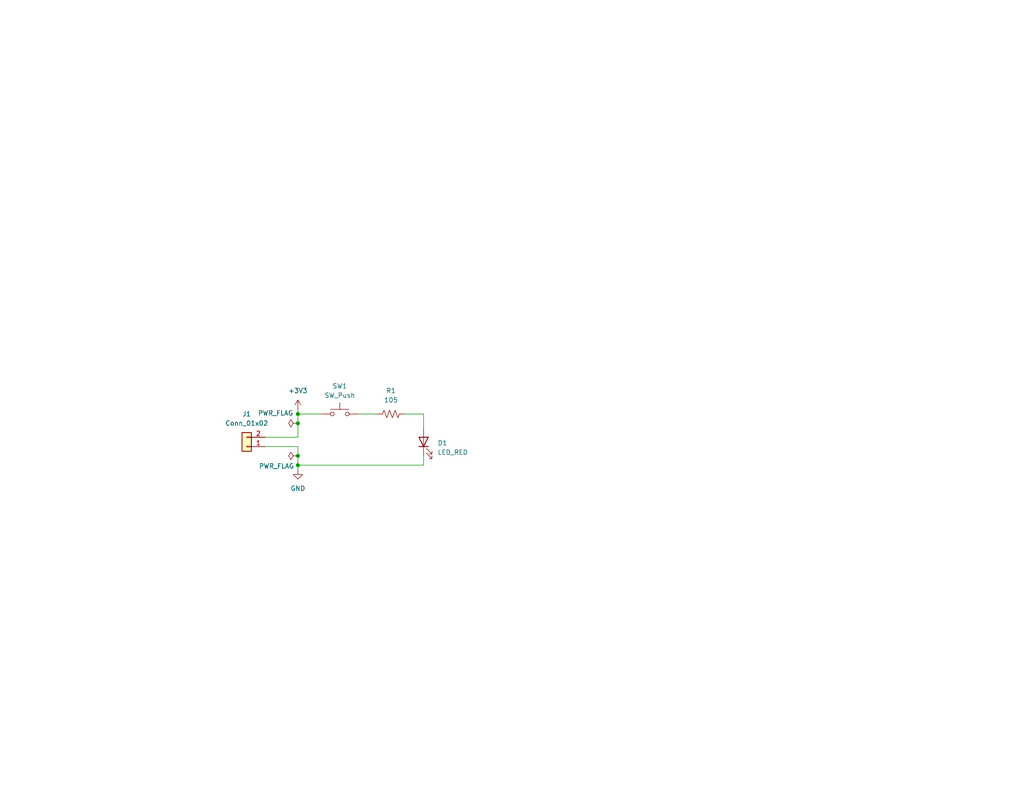
<source format=kicad_sch>
(kicad_sch (version 20231120) (generator "eeschema") (generator_version "8.0")
  (paper "USLetter")
  (title_block (title "LED circuit") (date "2024-09-22") (rev "1.0") (company "Illini Solar Car") (comment 1 "Designed By: Matthew Gu (mgu11)"))
  (lib_symbols
    (symbol "Connector_Generic:Conn_01x02" (pin_names (offset 1.016) hide)
      (property "Reference" "J" (at 0 2.54 0))
      (property "Value" "Conn_01x02" (at 0 -5.08 0))
      (symbol "Conn_01x02_1_1"
        (rectangle (start -1.27 -2.413) (end 0 -2.667) (stroke (width 0.1524)))
        (rectangle (start -1.27 0.127) (end 0 -0.127) (stroke (width 0.1524)))
        (rectangle (start -1.27 1.27) (end 1.27 -3.81) (stroke (width 0.254)) (fill (type background)))
        (pin passive line (at -5.08 0 0) (length 3.81) (name "Pin_1") (number "1"))
        (pin passive line (at -5.08 -2.54 0) (length 3.81) (name "Pin_2") (number "2"))
      )
    )
    (symbol "Device:LED" (pin_numbers hide) (pin_names (offset 1.016) hide)
      (property "Reference" "D" (at 0 2.54 0))
      (property "Value" "LED" (at 0 -2.54 0))
      (symbol "LED_0_1"
        (polyline (pts (xy -1.27 -1.27) (xy -1.27 1.27)) (stroke (width 0.254)))
        (polyline (pts (xy -1.27 0) (xy 1.27 0)))
        (polyline (pts (xy 1.27 -1.27) (xy 1.27 1.27) (xy -1.27 0) (xy 1.27 -1.27)) (stroke (width 0.254)))
        (polyline (pts (xy -3.048 -0.762) (xy -4.572 -2.286) (xy -3.81 -2.286) (xy -4.572 -2.286) (xy -4.572 -1.524)))
        (polyline (pts (xy -1.778 -0.762) (xy -3.302 -2.286) (xy -2.54 -2.286) (xy -3.302 -2.286) (xy -3.302 -1.524)))
      )
      (symbol "LED_1_1"
        (pin passive line (at -3.81 0 0) (length 2.54) (name "K") (number "1"))
        (pin passive line (at 3.81 0 180) (length 2.54) (name "A") (number "2"))
      )
    )
    (symbol "Device:R_US" (pin_numbers hide) (pin_names (offset 0))
      (property "Reference" "R" (at 2.54 0 90))
      (property "Value" "R_US" (at -2.54 0 90))
      (symbol "R_US_0_1"
        (polyline (pts (xy 0 -2.286) (xy 0 -2.54)))
        (polyline (pts (xy 0 2.286) (xy 0 2.54)))
        (polyline (pts (xy 0 -0.762) (xy 1.016 -1.143) (xy 0 -1.524) (xy -1.016 -1.905) (xy 0 -2.286)))
        (polyline (pts (xy 0 0.762) (xy 1.016 0.381) (xy 0 0) (xy -1.016 -0.381) (xy 0 -0.762)))
        (polyline (pts (xy 0 2.286) (xy 1.016 1.905) (xy 0 1.524) (xy -1.016 1.143) (xy 0 0.762)))
      )
      (symbol "R_US_1_1"
        (pin passive line (at 0 3.81 270) (length 1.27) (name "~") (number "1"))
        (pin passive line (at 0 -3.81 90) (length 1.27) (name "~") (number "2"))
      )
    )
    (symbol "Switch:SW_Push" (pin_numbers hide) (pin_names (offset 1.016) hide)
      (property "Reference" "SW" (at 1.27 2.54 0))
      (property "Value" "SW_Push" (at 0 -1.524 0))
      (symbol "SW_Push_0_1"
        (circle (center -2.032 0) (radius 0.508))
        (polyline (pts (xy 0 1.27) (xy 0 3.048)))
        (polyline (pts (xy 2.54 1.27) (xy -2.54 1.27)))
        (circle (center 2.032 0) (radius 0.508))
        (pin passive line (at -5.08 0 0) (length 2.54) (name "1") (number "1"))
        (pin passive line (at 5.08 0 180) (length 2.54) (name "2") (number "2"))
      )
    )
    (symbol "power:+3V3" (power) (pin_names (offset 0))
      (property "Value" "+3V3" (at 0 3.556 0))
      (symbol "+3V3_0_1"
        (polyline (pts (xy -0.762 1.27) (xy 0 2.54)))
        (polyline (pts (xy 0 0) (xy 0 2.54)))
        (polyline (pts (xy 0 2.54) (xy 0.762 1.27)))
      )
      (symbol "+3V3_1_1"
        (pin power_in line (at 0 0 90) (length 0) hide (name "+3V3") (number "1"))
      )
    )
    (symbol "power:GND" (power) (pin_names (offset 0))
      (property "Value" "GND" (at 0 -3.81 0))
      (symbol "GND_0_1"
        (polyline (pts (xy 0 0) (xy 0 -1.27) (xy 1.27 -1.27) (xy 0 -2.54) (xy -1.27 -1.27) (xy 0 -1.27)))
      )
      (symbol "GND_1_1"
        (pin power_in line (at 0 0 270) (length 0) hide (name "GND") (number "1"))
      )
    )
    (symbol "power:PWR_FLAG" (power) (pin_numbers hide) (pin_names (offset 0) hide)
      (property "Value" "PWR_FLAG" (at 0 3.81 0))
      (symbol "PWR_FLAG_0_0"
        (pin power_out line (at 0 0 90) (length 0) (name "pwr") (number "1"))
      )
      (symbol "PWR_FLAG_0_1"
        (polyline (pts (xy 0 0) (xy 0 1.27) (xy -1.016 1.905) (xy 0 2.54) (xy 1.016 1.905) (xy 0 1.27)))
      )
    )
  )
  (junction (at 81.28 115.57))
  (junction (at 81.28 127))
  (junction (at 81.28 113.03))
  (junction (at 81.28 124.46))
  (wire (pts (xy 81.28 121.92) (xy 81.28 124.46)))
  (wire (pts (xy 72.39 119.38) (xy 81.28 119.38)))
  (wire (pts (xy 115.57 124.46) (xy 115.57 127)))
  (wire (pts (xy 81.28 113.03) (xy 87.63 113.03)))
  (wire (pts (xy 81.28 127) (xy 115.57 127)))
  (wire (pts (xy 110.49 113.03) (xy 115.57 113.03)))
  (wire (pts (xy 81.28 124.46) (xy 81.28 127)))
  (wire (pts (xy 81.28 115.57) (xy 81.28 119.38)))
  (wire (pts (xy 81.28 113.03) (xy 81.28 115.57)))
  (wire (pts (xy 81.28 127) (xy 81.28 128.27)))
  (wire (pts (xy 115.57 113.03) (xy 115.57 116.84)))
  (wire (pts (xy 81.28 111.76) (xy 81.28 113.03)))
  (wire (pts (xy 72.39 121.92) (xy 81.28 121.92)))
  (wire (pts (xy 97.79 113.03) (xy 102.87 113.03)))
  (symbol (lib_id "Device:LED") (at 115.57 120.65 90) (unit 1)
    (property "Reference" "D1" (at 119.38 120.9674 90) (effects (justify right)))
    (property "Value" "LED_RED" (at 119.38 123.5074 90) (effects (justify right)))
    (property "Footprint" "layout:LED_0603_Symbol_on_F.SilkS" (effects (hide yes)))
    (property "Description" "Light emitting diode" (effects (hide yes)))
  )
  (symbol (lib_id "power:+3V3") (at 81.28 111.76 0) (unit 1)
    (property "Reference" "#PWR01" (effects (hide yes)))
    (property "Value" "+3V3" (at 81.28 106.68 0))
    (property "Description" "Power symbol creates a global label with name \"+3V3\"" (effects (hide yes)))
  )
  (symbol (lib_id "power:PWR_FLAG") (at 81.28 115.57 90) (unit 1)
    (property "Reference" "#FLG02" (effects (hide yes)))
    (property "Value" "PWR_FLAG" (at 80.01 112.776 90) (effects (justify left)))
    (property "Description" "Special symbol for telling ERC where power comes from" (effects (hide yes)))
  )
  (symbol (lib_id "Connector_Generic:Conn_01x02") (at 67.31 121.92 180) (unit 1)
    (property "Reference" "J1" (at 67.31 113.03 0))
    (property "Value" "Conn_01x02" (at 67.31 115.57 0))
    (property "Footprint" "Connector_Molex:Molex_KK-254_AE-6410-02A_1x02_P2.54mm_Vertical" (effects (hide yes)))
    (property "Description" "Generic connector, single row, 01x02, script generated (kicad-library-utils/schlib/autogen/connector/)" (effects (hide yes)))
  )
  (symbol (lib_id "Device:R_US") (at 106.68 113.03 90) (unit 1)
    (property "Reference" "R1" (at 106.68 106.68 90))
    (property "Value" "105" (at 106.68 109.22 90))
    (property "Footprint" "Resistor_SMD:R_0603_1608Metric_Pad0.98x0.95mm_HandSolder" (effects (hide yes)))
    (property "Description" "Resistor, US symbol" (effects (hide yes)))
  )
  (symbol (lib_id "power:GND") (at 81.28 128.27 0) (unit 1)
    (property "Reference" "#PWR02" (effects (hide yes)))
    (property "Value" "GND" (at 81.28 133.35 0))
    (property "Description" "Power symbol creates a global label with name \"GND\" , ground" (effects (hide yes)))
  )
  (symbol (lib_id "power:PWR_FLAG") (at 81.28 124.46 90) (unit 1)
    (property "Reference" "#FLG01" (effects (hide yes)))
    (property "Value" "PWR_FLAG" (at 80.264 127.254 90) (effects (justify left)))
    (property "Description" "Special symbol for telling ERC where power comes from" (effects (hide yes)))
  )
  (symbol (lib_id "Switch:SW_Push") (at 92.71 113.03 0) (unit 1)
    (property "Reference" "SW1" (at 92.71 105.41 0))
    (property "Value" "SW_Push" (at 92.71 107.95 0))
    (property "Footprint" "Button_Switch_SMD:SW_DIP_SPSTx01_Slide_6.7x4.1mm_W8.61mm_P2.54mm_LowProfile" (effects (hide yes)))
    (property "Description" "Push button switch, generic, two pins" (effects (hide yes)))
    (property "MPN" "1825910-6" (effects (hide yes)))
  )
)
</source>
